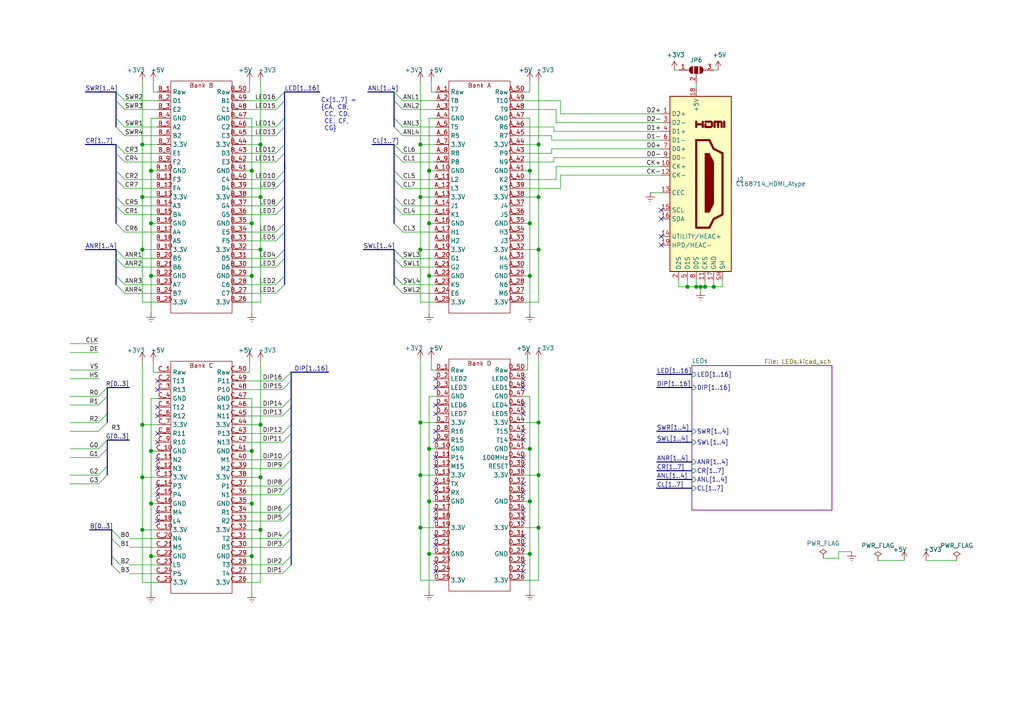
<source format=kicad_sch>
(kicad_sch (version 20200714) (host eeschema "(5.99.0-2671-gfc0a358ba)")
  (page 1 4)
  (paper "A4")
  (junction (at 41.275 41.91) (diameter 1.016))
  (junction (at 41.275 57.15) (diameter 1.016))
  (junction (at 41.275 72.39) (diameter 1.016))
  (junction (at 41.275 123.19) (diameter 1.016))
  (junction (at 41.275 138.43) (diameter 1.016))
  (junction (at 41.275 153.67) (diameter 1.016))
  (junction (at 43.815 49.53) (diameter 1.016))
  (junction (at 43.815 64.77) (diameter 1.016))
  (junction (at 43.815 80.01) (diameter 1.016))
  (junction (at 43.815 130.81) (diameter 1.016))
  (junction (at 43.815 146.05) (diameter 1.016))
  (junction (at 43.815 161.29) (diameter 1.016))
  (junction (at 73.025 49.53) (diameter 1.016))
  (junction (at 73.025 64.77) (diameter 1.016))
  (junction (at 73.025 80.01) (diameter 1.016))
  (junction (at 73.025 130.81) (diameter 1.016))
  (junction (at 73.025 146.05) (diameter 1.016))
  (junction (at 73.025 161.29) (diameter 1.016))
  (junction (at 75.565 41.91) (diameter 1.016))
  (junction (at 75.565 57.15) (diameter 1.016))
  (junction (at 75.565 72.39) (diameter 1.016))
  (junction (at 75.565 123.19) (diameter 1.016))
  (junction (at 75.565 138.43) (diameter 1.016))
  (junction (at 75.565 153.67) (diameter 1.016))
  (junction (at 121.92 41.91) (diameter 1.016))
  (junction (at 121.92 57.15) (diameter 1.016))
  (junction (at 121.92 72.39) (diameter 1.016))
  (junction (at 121.92 122.555) (diameter 1.016))
  (junction (at 121.92 137.795) (diameter 1.016))
  (junction (at 121.92 153.035) (diameter 1.016))
  (junction (at 124.46 49.53) (diameter 1.016))
  (junction (at 124.46 64.77) (diameter 1.016))
  (junction (at 124.46 80.01) (diameter 1.016))
  (junction (at 124.46 130.175) (diameter 1.016))
  (junction (at 124.46 145.415) (diameter 1.016))
  (junction (at 124.46 160.655) (diameter 1.016))
  (junction (at 153.67 49.53) (diameter 1.016))
  (junction (at 153.67 64.77) (diameter 1.016))
  (junction (at 153.67 80.01) (diameter 1.016))
  (junction (at 153.67 130.175) (diameter 1.016))
  (junction (at 153.67 145.415) (diameter 1.016))
  (junction (at 153.67 160.655) (diameter 1.016))
  (junction (at 156.21 41.91) (diameter 1.016))
  (junction (at 156.21 57.15) (diameter 1.016))
  (junction (at 156.21 72.39) (diameter 1.016))
  (junction (at 156.21 122.555) (diameter 1.016))
  (junction (at 156.21 137.795) (diameter 1.016))
  (junction (at 156.21 153.035) (diameter 1.016))
  (junction (at 199.39 83.185) (diameter 1.016))
  (junction (at 201.93 83.185) (diameter 1.016))
  (junction (at 203.2 83.185) (diameter 1.016))
  (junction (at 204.47 83.185) (diameter 1.016))
  (junction (at 207.01 83.185) (diameter 1.016))
  (no_connect (at 126.365 163.195))
  (no_connect (at 151.765 109.855))
  (no_connect (at 151.765 150.495))
  (no_connect (at 126.365 125.095))
  (no_connect (at 151.765 147.955))
  (no_connect (at 151.765 125.095))
  (no_connect (at 191.77 68.58))
  (no_connect (at 151.765 165.735))
  (no_connect (at 191.77 63.5))
  (no_connect (at 45.72 135.89))
  (no_connect (at 45.72 125.73))
  (no_connect (at 45.72 120.65))
  (no_connect (at 45.72 113.03))
  (no_connect (at 45.72 128.27))
  (no_connect (at 126.365 142.875))
  (no_connect (at 45.72 148.59))
  (no_connect (at 45.72 143.51))
  (no_connect (at 126.365 132.715))
  (no_connect (at 151.765 163.195))
  (no_connect (at 151.765 112.395))
  (no_connect (at 45.72 133.35))
  (no_connect (at 151.765 155.575))
  (no_connect (at 45.72 118.11))
  (no_connect (at 126.365 147.955))
  (no_connect (at 126.365 127.635))
  (no_connect (at 151.765 135.255))
  (no_connect (at 151.765 140.335))
  (no_connect (at 126.365 165.735))
  (no_connect (at 151.765 117.475))
  (no_connect (at 151.765 127.635))
  (no_connect (at 126.365 112.395))
  (no_connect (at 126.365 120.015))
  (no_connect (at 126.365 109.855))
  (no_connect (at 45.72 140.97))
  (no_connect (at 45.72 110.49))
  (no_connect (at 126.365 140.335))
  (no_connect (at 151.765 132.715))
  (no_connect (at 126.365 117.475))
  (no_connect (at 191.77 60.96))
  (no_connect (at 151.765 142.875))
  (no_connect (at 126.365 158.115))
  (no_connect (at 126.365 135.255))
  (no_connect (at 151.765 120.015))
  (no_connect (at 126.365 150.495))
  (no_connect (at 126.365 155.575))
  (no_connect (at 151.765 158.115))
  (no_connect (at 191.77 71.12))
  (no_connect (at 45.72 151.13))
  (bus_entry (at 31.115 112.395) (size -2.54 2.54) (stroke (width 0.1524)))
  (bus_entry (at 31.115 114.935) (size -2.54 2.54) (stroke (width 0.1524)))
  (bus_entry (at 31.115 120.015) (size -2.54 2.54) (stroke (width 0.1524)))
  (bus_entry (at 31.115 122.555) (size -2.54 2.54) (stroke (width 0.1524)))
  (bus_entry (at 31.115 127.635) (size -2.54 2.54) (stroke (width 0.1524)))
  (bus_entry (at 31.115 130.175) (size -2.54 2.54) (stroke (width 0.1524)))
  (bus_entry (at 31.115 135.255) (size -2.54 2.54) (stroke (width 0.1524)))
  (bus_entry (at 31.115 137.795) (size -2.54 2.54) (stroke (width 0.1524)))
  (bus_entry (at 32.385 153.67) (size 2.54 2.54) (stroke (width 0.1524)))
  (bus_entry (at 32.385 156.21) (size 2.54 2.54) (stroke (width 0.1524)))
  (bus_entry (at 32.385 161.29) (size 2.54 2.54) (stroke (width 0.1524)))
  (bus_entry (at 32.385 163.83) (size 2.54 2.54) (stroke (width 0.1524)))
  (bus_entry (at 33.655 26.67) (size 2.54 2.54) (stroke (width 0.1524)))
  (bus_entry (at 33.655 29.21) (size 2.54 2.54) (stroke (width 0.1524)))
  (bus_entry (at 33.655 34.29) (size 2.54 2.54) (stroke (width 0.1524)))
  (bus_entry (at 33.655 36.83) (size 2.54 2.54) (stroke (width 0.1524)))
  (bus_entry (at 33.655 41.91) (size 2.54 2.54) (stroke (width 0.1524)))
  (bus_entry (at 33.655 44.45) (size 2.54 2.54) (stroke (width 0.1524)))
  (bus_entry (at 33.655 49.53) (size 2.54 2.54) (stroke (width 0.1524)))
  (bus_entry (at 33.655 52.07) (size 2.54 2.54) (stroke (width 0.1524)))
  (bus_entry (at 33.655 57.15) (size 2.54 2.54) (stroke (width 0.1524)))
  (bus_entry (at 33.655 59.69) (size 2.54 2.54) (stroke (width 0.1524)))
  (bus_entry (at 33.655 64.77) (size 2.54 2.54) (stroke (width 0.1524)))
  (bus_entry (at 33.655 72.39) (size 2.54 2.54) (stroke (width 0.1524)))
  (bus_entry (at 33.655 74.93) (size 2.54 2.54) (stroke (width 0.1524)))
  (bus_entry (at 33.655 80.01) (size 2.54 2.54) (stroke (width 0.1524)))
  (bus_entry (at 33.655 82.55) (size 2.54 2.54) (stroke (width 0.1524)))
  (bus_entry (at 81.915 110.49) (size 2.54 -2.54) (stroke (width 0.1524)))
  (bus_entry (at 81.915 113.03) (size 2.54 -2.54) (stroke (width 0.1524)))
  (bus_entry (at 81.915 118.11) (size 2.54 -2.54) (stroke (width 0.1524)))
  (bus_entry (at 81.915 120.65) (size 2.54 -2.54) (stroke (width 0.1524)))
  (bus_entry (at 81.915 125.73) (size 2.54 -2.54) (stroke (width 0.1524)))
  (bus_entry (at 81.915 128.27) (size 2.54 -2.54) (stroke (width 0.1524)))
  (bus_entry (at 81.915 133.35) (size 2.54 -2.54) (stroke (width 0.1524)))
  (bus_entry (at 81.915 135.89) (size 2.54 -2.54) (stroke (width 0.1524)))
  (bus_entry (at 81.915 140.97) (size 2.54 -2.54) (stroke (width 0.1524)))
  (bus_entry (at 81.915 143.51) (size 2.54 -2.54) (stroke (width 0.1524)))
  (bus_entry (at 81.915 148.59) (size 2.54 -2.54) (stroke (width 0.1524)))
  (bus_entry (at 81.915 151.13) (size 2.54 -2.54) (stroke (width 0.1524)))
  (bus_entry (at 81.915 156.21) (size 2.54 -2.54) (stroke (width 0.1524)))
  (bus_entry (at 81.915 158.75) (size 2.54 -2.54) (stroke (width 0.1524)))
  (bus_entry (at 81.915 163.83) (size 2.54 -2.54) (stroke (width 0.1524)))
  (bus_entry (at 81.915 166.37) (size 2.54 -2.54) (stroke (width 0.1524)))
  (bus_entry (at 82.55 26.67) (size -2.54 2.54) (stroke (width 0.1524)))
  (bus_entry (at 82.55 29.21) (size -2.54 2.54) (stroke (width 0.1524)))
  (bus_entry (at 82.55 34.29) (size -2.54 2.54) (stroke (width 0.1524)))
  (bus_entry (at 82.55 36.83) (size -2.54 2.54) (stroke (width 0.1524)))
  (bus_entry (at 82.55 41.91) (size -2.54 2.54) (stroke (width 0.1524)))
  (bus_entry (at 82.55 44.45) (size -2.54 2.54) (stroke (width 0.1524)))
  (bus_entry (at 82.55 49.53) (size -2.54 2.54) (stroke (width 0.1524)))
  (bus_entry (at 82.55 52.07) (size -2.54 2.54) (stroke (width 0.1524)))
  (bus_entry (at 82.55 57.15) (size -2.54 2.54) (stroke (width 0.1524)))
  (bus_entry (at 82.55 59.69) (size -2.54 2.54) (stroke (width 0.1524)))
  (bus_entry (at 82.55 64.77) (size -2.54 2.54) (stroke (width 0.1524)))
  (bus_entry (at 82.55 67.31) (size -2.54 2.54) (stroke (width 0.1524)))
  (bus_entry (at 82.55 72.39) (size -2.54 2.54) (stroke (width 0.1524)))
  (bus_entry (at 82.55 74.93) (size -2.54 2.54) (stroke (width 0.1524)))
  (bus_entry (at 82.55 80.01) (size -2.54 2.54) (stroke (width 0.1524)))
  (bus_entry (at 82.55 82.55) (size -2.54 2.54) (stroke (width 0.1524)))
  (bus_entry (at 114.3 26.67) (size 2.54 2.54) (stroke (width 0.1524)))
  (bus_entry (at 114.3 29.21) (size 2.54 2.54) (stroke (width 0.1524)))
  (bus_entry (at 114.3 34.29) (size 2.54 2.54) (stroke (width 0.1524)))
  (bus_entry (at 114.3 36.83) (size 2.54 2.54) (stroke (width 0.1524)))
  (bus_entry (at 114.3 41.91) (size 2.54 2.54) (stroke (width 0.1524)))
  (bus_entry (at 114.3 44.45) (size 2.54 2.54) (stroke (width 0.1524)))
  (bus_entry (at 114.3 49.53) (size 2.54 2.54) (stroke (width 0.1524)))
  (bus_entry (at 114.3 52.07) (size 2.54 2.54) (stroke (width 0.1524)))
  (bus_entry (at 114.3 57.15) (size 2.54 2.54) (stroke (width 0.1524)))
  (bus_entry (at 114.3 59.69) (size 2.54 2.54) (stroke (width 0.1524)))
  (bus_entry (at 114.3 64.77) (size 2.54 2.54) (stroke (width 0.1524)))
  (bus_entry (at 114.3 72.39) (size 2.54 2.54) (stroke (width 0.1524)))
  (bus_entry (at 114.3 74.93) (size 2.54 2.54) (stroke (width 0.1524)))
  (bus_entry (at 114.3 80.01) (size 2.54 2.54) (stroke (width 0.1524)))
  (bus_entry (at 114.3 82.55) (size 2.54 2.54) (stroke (width 0.1524)))
  (wire (pts (xy 20.32 99.695) (xy 28.575 99.695)))
  (wire (pts (xy 20.32 107.315) (xy 28.575 107.315)))
  (wire (pts (xy 20.32 114.935) (xy 28.575 114.935)))
  (wire (pts (xy 20.32 117.475) (xy 28.575 117.475)))
  (wire (pts (xy 20.32 122.555) (xy 28.575 122.555)))
  (wire (pts (xy 20.32 125.095) (xy 28.575 125.095)))
  (wire (pts (xy 20.32 130.175) (xy 28.575 130.175)))
  (wire (pts (xy 20.32 132.715) (xy 28.575 132.715)))
  (wire (pts (xy 20.32 137.795) (xy 28.575 137.795)))
  (wire (pts (xy 20.32 140.335) (xy 28.575 140.335)))
  (wire (pts (xy 28.575 102.235) (xy 20.32 102.235)))
  (wire (pts (xy 28.575 109.855) (xy 20.32 109.855)))
  (wire (pts (xy 36.195 29.21) (xy 45.72 29.21)))
  (wire (pts (xy 36.195 31.75) (xy 45.72 31.75)))
  (wire (pts (xy 36.195 36.83) (xy 45.72 36.83)))
  (wire (pts (xy 36.195 39.37) (xy 45.72 39.37)))
  (wire (pts (xy 36.195 44.45) (xy 45.72 44.45)))
  (wire (pts (xy 36.195 46.99) (xy 45.72 46.99)))
  (wire (pts (xy 36.195 52.07) (xy 45.72 52.07)))
  (wire (pts (xy 36.195 54.61) (xy 45.72 54.61)))
  (wire (pts (xy 36.195 59.69) (xy 45.72 59.69)))
  (wire (pts (xy 36.195 62.23) (xy 45.72 62.23)))
  (wire (pts (xy 36.195 67.31) (xy 45.72 67.31)))
  (wire (pts (xy 36.195 74.93) (xy 45.72 74.93)))
  (wire (pts (xy 36.195 77.47) (xy 45.72 77.47)))
  (wire (pts (xy 36.195 82.55) (xy 45.72 82.55)))
  (wire (pts (xy 36.195 85.09) (xy 45.72 85.09)))
  (wire (pts (xy 41.275 41.91) (xy 41.275 23.495)))
  (wire (pts (xy 41.275 57.15) (xy 41.275 41.91)))
  (wire (pts (xy 41.275 72.39) (xy 41.275 57.15)))
  (wire (pts (xy 41.275 87.63) (xy 41.275 72.39)))
  (wire (pts (xy 41.275 123.19) (xy 41.275 104.775)))
  (wire (pts (xy 41.275 138.43) (xy 41.275 123.19)))
  (wire (pts (xy 41.275 153.67) (xy 41.275 138.43)))
  (wire (pts (xy 41.275 153.67) (xy 41.275 168.91)))
  (wire (pts (xy 41.275 168.91) (xy 45.72 168.91)))
  (wire (pts (xy 43.815 34.29) (xy 43.815 49.53)))
  (wire (pts (xy 43.815 49.53) (xy 43.815 64.77)))
  (wire (pts (xy 43.815 64.77) (xy 43.815 80.01)))
  (wire (pts (xy 43.815 80.01) (xy 43.815 90.805)))
  (wire (pts (xy 43.815 115.57) (xy 43.815 130.81)))
  (wire (pts (xy 43.815 130.81) (xy 43.815 146.05)))
  (wire (pts (xy 43.815 146.05) (xy 43.815 161.29)))
  (wire (pts (xy 43.815 161.29) (xy 43.815 172.085)))
  (wire (pts (xy 44.45 26.67) (xy 44.45 23.495)))
  (wire (pts (xy 44.45 107.95) (xy 44.45 104.775)))
  (wire (pts (xy 45.72 26.67) (xy 44.45 26.67)))
  (wire (pts (xy 45.72 34.29) (xy 43.815 34.29)))
  (wire (pts (xy 45.72 41.91) (xy 41.275 41.91)))
  (wire (pts (xy 45.72 49.53) (xy 43.815 49.53)))
  (wire (pts (xy 45.72 57.15) (xy 41.275 57.15)))
  (wire (pts (xy 45.72 64.77) (xy 43.815 64.77)))
  (wire (pts (xy 45.72 72.39) (xy 41.275 72.39)))
  (wire (pts (xy 45.72 80.01) (xy 43.815 80.01)))
  (wire (pts (xy 45.72 87.63) (xy 41.275 87.63)))
  (wire (pts (xy 45.72 107.95) (xy 44.45 107.95)))
  (wire (pts (xy 45.72 115.57) (xy 43.815 115.57)))
  (wire (pts (xy 45.72 123.19) (xy 41.275 123.19)))
  (wire (pts (xy 45.72 130.81) (xy 43.815 130.81)))
  (wire (pts (xy 45.72 138.43) (xy 41.275 138.43)))
  (wire (pts (xy 45.72 146.05) (xy 43.815 146.05)))
  (wire (pts (xy 45.72 153.67) (xy 41.275 153.67)))
  (wire (pts (xy 45.72 156.21) (xy 37.465 156.21)))
  (wire (pts (xy 45.72 158.75) (xy 37.465 158.75)))
  (wire (pts (xy 45.72 161.29) (xy 43.815 161.29)))
  (wire (pts (xy 45.72 163.83) (xy 37.465 163.83)))
  (wire (pts (xy 45.72 166.37) (xy 37.465 166.37)))
  (wire (pts (xy 71.12 26.67) (xy 72.39 26.67)))
  (wire (pts (xy 71.12 34.29) (xy 73.025 34.29)))
  (wire (pts (xy 71.12 41.91) (xy 75.565 41.91)))
  (wire (pts (xy 71.12 49.53) (xy 73.025 49.53)))
  (wire (pts (xy 71.12 57.15) (xy 75.565 57.15)))
  (wire (pts (xy 71.12 64.77) (xy 73.025 64.77)))
  (wire (pts (xy 71.12 72.39) (xy 75.565 72.39)))
  (wire (pts (xy 71.12 80.01) (xy 73.025 80.01)))
  (wire (pts (xy 71.12 87.63) (xy 75.565 87.63)))
  (wire (pts (xy 71.12 107.95) (xy 72.39 107.95)))
  (wire (pts (xy 71.12 110.49) (xy 81.915 110.49)))
  (wire (pts (xy 71.12 113.03) (xy 81.915 113.03)))
  (wire (pts (xy 71.12 115.57) (xy 73.025 115.57)))
  (wire (pts (xy 71.12 118.11) (xy 81.915 118.11)))
  (wire (pts (xy 71.12 120.65) (xy 81.915 120.65)))
  (wire (pts (xy 71.12 123.19) (xy 75.565 123.19)))
  (wire (pts (xy 71.12 125.73) (xy 81.915 125.73)))
  (wire (pts (xy 71.12 128.27) (xy 81.915 128.27)))
  (wire (pts (xy 71.12 130.81) (xy 73.025 130.81)))
  (wire (pts (xy 71.12 133.35) (xy 81.915 133.35)))
  (wire (pts (xy 71.12 135.89) (xy 81.915 135.89)))
  (wire (pts (xy 71.12 138.43) (xy 75.565 138.43)))
  (wire (pts (xy 71.12 140.97) (xy 81.915 140.97)))
  (wire (pts (xy 71.12 143.51) (xy 81.915 143.51)))
  (wire (pts (xy 71.12 146.05) (xy 73.025 146.05)))
  (wire (pts (xy 71.12 148.59) (xy 81.915 148.59)))
  (wire (pts (xy 71.12 151.13) (xy 81.915 151.13)))
  (wire (pts (xy 71.12 153.67) (xy 75.565 153.67)))
  (wire (pts (xy 71.12 156.21) (xy 81.915 156.21)))
  (wire (pts (xy 71.12 158.75) (xy 81.915 158.75)))
  (wire (pts (xy 71.12 161.29) (xy 73.025 161.29)))
  (wire (pts (xy 71.12 163.83) (xy 81.915 163.83)))
  (wire (pts (xy 71.12 166.37) (xy 81.915 166.37)))
  (wire (pts (xy 71.12 168.91) (xy 75.565 168.91)))
  (wire (pts (xy 72.39 26.67) (xy 72.39 23.495)))
  (wire (pts (xy 72.39 107.95) (xy 72.39 104.775)))
  (wire (pts (xy 73.025 34.29) (xy 73.025 49.53)))
  (wire (pts (xy 73.025 49.53) (xy 73.025 64.77)))
  (wire (pts (xy 73.025 64.77) (xy 73.025 80.01)))
  (wire (pts (xy 73.025 80.01) (xy 73.025 90.805)))
  (wire (pts (xy 73.025 115.57) (xy 73.025 130.81)))
  (wire (pts (xy 73.025 130.81) (xy 73.025 146.05)))
  (wire (pts (xy 73.025 146.05) (xy 73.025 161.29)))
  (wire (pts (xy 73.025 161.29) (xy 73.025 172.085)))
  (wire (pts (xy 75.565 41.91) (xy 75.565 23.495)))
  (wire (pts (xy 75.565 57.15) (xy 75.565 41.91)))
  (wire (pts (xy 75.565 72.39) (xy 75.565 57.15)))
  (wire (pts (xy 75.565 87.63) (xy 75.565 72.39)))
  (wire (pts (xy 75.565 123.19) (xy 75.565 104.775)))
  (wire (pts (xy 75.565 138.43) (xy 75.565 123.19)))
  (wire (pts (xy 75.565 153.67) (xy 75.565 138.43)))
  (wire (pts (xy 75.565 168.91) (xy 75.565 153.67)))
  (wire (pts (xy 80.01 29.21) (xy 71.12 29.21)))
  (wire (pts (xy 80.01 31.75) (xy 71.12 31.75)))
  (wire (pts (xy 80.01 36.83) (xy 71.12 36.83)))
  (wire (pts (xy 80.01 39.37) (xy 71.12 39.37)))
  (wire (pts (xy 80.01 44.45) (xy 71.12 44.45)))
  (wire (pts (xy 80.01 46.99) (xy 71.12 46.99)))
  (wire (pts (xy 80.01 52.07) (xy 71.12 52.07)))
  (wire (pts (xy 80.01 54.61) (xy 71.12 54.61)))
  (wire (pts (xy 80.01 59.69) (xy 71.12 59.69)))
  (wire (pts (xy 80.01 62.23) (xy 71.12 62.23)))
  (wire (pts (xy 80.01 67.31) (xy 71.12 67.31)))
  (wire (pts (xy 80.01 69.85) (xy 71.12 69.85)))
  (wire (pts (xy 80.01 74.93) (xy 71.12 74.93)))
  (wire (pts (xy 80.01 77.47) (xy 71.12 77.47)))
  (wire (pts (xy 80.01 82.55) (xy 71.12 82.55)))
  (wire (pts (xy 80.01 85.09) (xy 71.12 85.09)))
  (wire (pts (xy 116.84 29.21) (xy 126.365 29.21)))
  (wire (pts (xy 116.84 31.75) (xy 126.365 31.75)))
  (wire (pts (xy 116.84 36.83) (xy 126.365 36.83)))
  (wire (pts (xy 116.84 39.37) (xy 126.365 39.37)))
  (wire (pts (xy 116.84 44.45) (xy 126.365 44.45)))
  (wire (pts (xy 116.84 46.99) (xy 126.365 46.99)))
  (wire (pts (xy 116.84 52.07) (xy 126.365 52.07)))
  (wire (pts (xy 116.84 54.61) (xy 126.365 54.61)))
  (wire (pts (xy 116.84 59.69) (xy 126.365 59.69)))
  (wire (pts (xy 116.84 62.23) (xy 126.365 62.23)))
  (wire (pts (xy 116.84 67.31) (xy 126.365 67.31)))
  (wire (pts (xy 116.84 74.93) (xy 126.365 74.93)))
  (wire (pts (xy 116.84 77.47) (xy 126.365 77.47)))
  (wire (pts (xy 116.84 82.55) (xy 126.365 82.55)))
  (wire (pts (xy 116.84 85.09) (xy 126.365 85.09)))
  (wire (pts (xy 121.92 41.91) (xy 121.92 23.495)))
  (wire (pts (xy 121.92 57.15) (xy 121.92 41.91)))
  (wire (pts (xy 121.92 72.39) (xy 121.92 57.15)))
  (wire (pts (xy 121.92 87.63) (xy 121.92 72.39)))
  (wire (pts (xy 121.92 122.555) (xy 121.92 104.14)))
  (wire (pts (xy 121.92 137.795) (xy 121.92 122.555)))
  (wire (pts (xy 121.92 153.035) (xy 121.92 137.795)))
  (wire (pts (xy 121.92 168.275) (xy 121.92 153.035)))
  (wire (pts (xy 124.46 34.29) (xy 124.46 49.53)))
  (wire (pts (xy 124.46 49.53) (xy 124.46 64.77)))
  (wire (pts (xy 124.46 64.77) (xy 124.46 80.01)))
  (wire (pts (xy 124.46 80.01) (xy 124.46 90.805)))
  (wire (pts (xy 124.46 114.935) (xy 124.46 130.175)))
  (wire (pts (xy 124.46 130.175) (xy 124.46 145.415)))
  (wire (pts (xy 124.46 145.415) (xy 124.46 160.655)))
  (wire (pts (xy 124.46 160.655) (xy 124.46 171.45)))
  (wire (pts (xy 125.095 23.495) (xy 125.095 26.67)))
  (wire (pts (xy 125.095 26.67) (xy 126.365 26.67)))
  (wire (pts (xy 125.095 107.315) (xy 125.095 104.14)))
  (wire (pts (xy 126.365 34.29) (xy 124.46 34.29)))
  (wire (pts (xy 126.365 41.91) (xy 121.92 41.91)))
  (wire (pts (xy 126.365 49.53) (xy 124.46 49.53)))
  (wire (pts (xy 126.365 57.15) (xy 121.92 57.15)))
  (wire (pts (xy 126.365 64.77) (xy 124.46 64.77)))
  (wire (pts (xy 126.365 72.39) (xy 121.92 72.39)))
  (wire (pts (xy 126.365 80.01) (xy 124.46 80.01)))
  (wire (pts (xy 126.365 87.63) (xy 121.92 87.63)))
  (wire (pts (xy 126.365 107.315) (xy 125.095 107.315)))
  (wire (pts (xy 126.365 114.935) (xy 124.46 114.935)))
  (wire (pts (xy 126.365 122.555) (xy 121.92 122.555)))
  (wire (pts (xy 126.365 130.175) (xy 124.46 130.175)))
  (wire (pts (xy 126.365 137.795) (xy 121.92 137.795)))
  (wire (pts (xy 126.365 145.415) (xy 124.46 145.415)))
  (wire (pts (xy 126.365 153.035) (xy 121.92 153.035)))
  (wire (pts (xy 126.365 160.655) (xy 124.46 160.655)))
  (wire (pts (xy 126.365 168.275) (xy 121.92 168.275)))
  (wire (pts (xy 151.765 29.21) (xy 162.56 29.21)))
  (wire (pts (xy 151.765 31.75) (xy 161.29 31.75)))
  (wire (pts (xy 151.765 34.29) (xy 153.67 34.29)))
  (wire (pts (xy 151.765 36.83) (xy 160.655 36.83)))
  (wire (pts (xy 151.765 41.91) (xy 156.21 41.91)))
  (wire (pts (xy 151.765 44.45) (xy 160.02 44.45)))
  (wire (pts (xy 151.765 49.53) (xy 153.67 49.53)))
  (wire (pts (xy 151.765 52.07) (xy 161.29 52.07)))
  (wire (pts (xy 151.765 54.61) (xy 162.56 54.61)))
  (wire (pts (xy 151.765 57.15) (xy 156.21 57.15)))
  (wire (pts (xy 151.765 64.77) (xy 153.67 64.77)))
  (wire (pts (xy 151.765 72.39) (xy 156.21 72.39)))
  (wire (pts (xy 151.765 80.01) (xy 153.67 80.01)))
  (wire (pts (xy 151.765 87.63) (xy 156.21 87.63)))
  (wire (pts (xy 151.765 107.315) (xy 153.035 107.315)))
  (wire (pts (xy 151.765 114.935) (xy 153.67 114.935)))
  (wire (pts (xy 151.765 122.555) (xy 156.21 122.555)))
  (wire (pts (xy 151.765 130.175) (xy 153.67 130.175)))
  (wire (pts (xy 151.765 137.795) (xy 156.21 137.795)))
  (wire (pts (xy 151.765 145.415) (xy 153.67 145.415)))
  (wire (pts (xy 151.765 153.035) (xy 156.21 153.035)))
  (wire (pts (xy 151.765 160.655) (xy 153.67 160.655)))
  (wire (pts (xy 151.765 168.275) (xy 156.21 168.275)))
  (wire (pts (xy 153.035 107.315) (xy 153.035 104.14)))
  (wire (pts (xy 153.67 23.495) (xy 153.67 26.67)))
  (wire (pts (xy 153.67 26.67) (xy 151.765 26.67)))
  (wire (pts (xy 153.67 34.29) (xy 153.67 49.53)))
  (wire (pts (xy 153.67 49.53) (xy 153.67 64.77)))
  (wire (pts (xy 153.67 64.77) (xy 153.67 80.01)))
  (wire (pts (xy 153.67 80.01) (xy 153.67 90.805)))
  (wire (pts (xy 153.67 114.935) (xy 153.67 130.175)))
  (wire (pts (xy 153.67 130.175) (xy 153.67 145.415)))
  (wire (pts (xy 153.67 145.415) (xy 153.67 160.655)))
  (wire (pts (xy 153.67 160.655) (xy 153.67 171.45)))
  (wire (pts (xy 156.21 41.91) (xy 156.21 23.495)))
  (wire (pts (xy 156.21 57.15) (xy 156.21 41.91)))
  (wire (pts (xy 156.21 72.39) (xy 156.21 57.15)))
  (wire (pts (xy 156.21 87.63) (xy 156.21 72.39)))
  (wire (pts (xy 156.21 122.555) (xy 156.21 104.14)))
  (wire (pts (xy 156.21 137.795) (xy 156.21 122.555)))
  (wire (pts (xy 156.21 153.035) (xy 156.21 137.795)))
  (wire (pts (xy 156.21 168.275) (xy 156.21 153.035)))
  (wire (pts (xy 160.02 39.37) (xy 151.765 39.37)))
  (wire (pts (xy 160.02 40.64) (xy 160.02 39.37)))
  (wire (pts (xy 160.02 43.18) (xy 191.77 43.18)))
  (wire (pts (xy 160.02 44.45) (xy 160.02 43.18)))
  (wire (pts (xy 160.655 36.83) (xy 160.655 38.1)))
  (wire (pts (xy 160.655 38.1) (xy 191.77 38.1)))
  (wire (pts (xy 160.655 45.72) (xy 160.655 46.99)))
  (wire (pts (xy 160.655 46.99) (xy 151.765 46.99)))
  (wire (pts (xy 161.29 31.75) (xy 161.29 35.56)))
  (wire (pts (xy 161.29 35.56) (xy 191.77 35.56)))
  (wire (pts (xy 161.29 48.26) (xy 191.77 48.26)))
  (wire (pts (xy 161.29 52.07) (xy 161.29 48.26)))
  (wire (pts (xy 162.56 29.21) (xy 162.56 33.02)))
  (wire (pts (xy 162.56 33.02) (xy 191.77 33.02)))
  (wire (pts (xy 162.56 50.8) (xy 191.77 50.8)))
  (wire (pts (xy 162.56 54.61) (xy 162.56 50.8)))
  (wire (pts (xy 188.595 55.88) (xy 191.77 55.88)))
  (wire (pts (xy 191.77 40.64) (xy 160.02 40.64)))
  (wire (pts (xy 191.77 45.72) (xy 160.655 45.72)))
  (wire (pts (xy 195.58 20.32) (xy 196.85 20.32)))
  (wire (pts (xy 196.85 81.28) (xy 196.85 83.185)))
  (wire (pts (xy 196.85 83.185) (xy 199.39 83.185)))
  (wire (pts (xy 199.39 81.28) (xy 199.39 83.185)))
  (wire (pts (xy 199.39 83.185) (xy 201.93 83.185)))
  (wire (pts (xy 201.93 24.13) (xy 201.93 25.4)))
  (wire (pts (xy 201.93 81.28) (xy 201.93 83.185)))
  (wire (pts (xy 201.93 83.185) (xy 203.2 83.185)))
  (wire (pts (xy 203.2 83.185) (xy 204.47 83.185)))
  (wire (pts (xy 203.2 84.455) (xy 203.2 83.185)))
  (wire (pts (xy 204.47 81.28) (xy 204.47 83.185)))
  (wire (pts (xy 204.47 83.185) (xy 207.01 83.185)))
  (wire (pts (xy 207.01 81.28) (xy 207.01 83.185)))
  (wire (pts (xy 207.01 83.185) (xy 209.55 83.185)))
  (wire (pts (xy 208.28 20.32) (xy 207.01 20.32)))
  (wire (pts (xy 209.55 83.185) (xy 209.55 81.28)))
  (wire (pts (xy 243.205 160.02) (xy 243.205 161.925)))
  (wire (pts (xy 243.205 161.925) (xy 238.76 161.925)))
  (wire (pts (xy 247.015 160.02) (xy 243.205 160.02)))
  (wire (pts (xy 254.635 162.56) (xy 262.255 162.56)))
  (wire (pts (xy 268.605 162.56) (xy 277.495 162.56)))
  (bus (pts (xy 24.765 26.67) (xy 33.655 26.67)))
  (bus (pts (xy 24.765 41.91) (xy 33.655 41.91)))
  (bus (pts (xy 24.765 72.39) (xy 33.655 72.39)))
  (bus (pts (xy 31.115 112.395) (xy 31.115 114.935)))
  (bus (pts (xy 31.115 112.395) (xy 37.465 112.395)))
  (bus (pts (xy 31.115 114.935) (xy 31.115 120.015)))
  (bus (pts (xy 31.115 120.015) (xy 31.115 122.555)))
  (bus (pts (xy 31.115 127.635) (xy 31.115 130.175)))
  (bus (pts (xy 31.115 127.635) (xy 37.465 127.635)))
  (bus (pts (xy 31.115 130.175) (xy 31.115 135.255)))
  (bus (pts (xy 31.115 135.255) (xy 31.115 137.795)))
  (bus (pts (xy 32.385 153.67) (xy 26.035 153.67)))
  (bus (pts (xy 32.385 153.67) (xy 32.385 156.21)))
  (bus (pts (xy 32.385 156.21) (xy 32.385 161.29)))
  (bus (pts (xy 32.385 161.29) (xy 32.385 163.83)))
  (bus (pts (xy 33.655 26.67) (xy 33.655 29.21)))
  (bus (pts (xy 33.655 29.21) (xy 33.655 34.29)))
  (bus (pts (xy 33.655 34.29) (xy 33.655 36.83)))
  (bus (pts (xy 33.655 41.91) (xy 33.655 44.45)))
  (bus (pts (xy 33.655 44.45) (xy 33.655 49.53)))
  (bus (pts (xy 33.655 49.53) (xy 33.655 52.07)))
  (bus (pts (xy 33.655 52.07) (xy 33.655 57.15)))
  (bus (pts (xy 33.655 57.15) (xy 33.655 59.69)))
  (bus (pts (xy 33.655 59.69) (xy 33.655 64.77)))
  (bus (pts (xy 33.655 72.39) (xy 33.655 74.93)))
  (bus (pts (xy 33.655 74.93) (xy 33.655 80.01)))
  (bus (pts (xy 33.655 80.01) (xy 33.655 82.55)))
  (bus (pts (xy 82.55 26.67) (xy 82.55 29.21)))
  (bus (pts (xy 82.55 29.21) (xy 82.55 34.29)))
  (bus (pts (xy 82.55 34.29) (xy 82.55 36.83)))
  (bus (pts (xy 82.55 36.83) (xy 82.55 41.91)))
  (bus (pts (xy 82.55 41.91) (xy 82.55 44.45)))
  (bus (pts (xy 82.55 44.45) (xy 82.55 49.53)))
  (bus (pts (xy 82.55 46.99) (xy 82.55 49.53)))
  (bus (pts (xy 82.55 49.53) (xy 82.55 52.07)))
  (bus (pts (xy 82.55 52.07) (xy 82.55 57.15)))
  (bus (pts (xy 82.55 57.15) (xy 82.55 59.69)))
  (bus (pts (xy 82.55 59.69) (xy 82.55 64.77)))
  (bus (pts (xy 82.55 64.77) (xy 82.55 67.31)))
  (bus (pts (xy 82.55 67.31) (xy 82.55 72.39)))
  (bus (pts (xy 82.55 72.39) (xy 82.55 74.93)))
  (bus (pts (xy 82.55 74.93) (xy 82.55 80.01)))
  (bus (pts (xy 82.55 80.01) (xy 82.55 82.55)))
  (bus (pts (xy 84.455 107.95) (xy 84.455 110.49)))
  (bus (pts (xy 84.455 107.95) (xy 95.25 107.95)))
  (bus (pts (xy 84.455 110.49) (xy 84.455 115.57)))
  (bus (pts (xy 84.455 115.57) (xy 84.455 118.11)))
  (bus (pts (xy 84.455 118.11) (xy 84.455 123.19)))
  (bus (pts (xy 84.455 123.19) (xy 84.455 125.73)))
  (bus (pts (xy 84.455 125.73) (xy 84.455 130.81)))
  (bus (pts (xy 84.455 130.81) (xy 84.455 133.35)))
  (bus (pts (xy 84.455 133.35) (xy 84.455 138.43)))
  (bus (pts (xy 84.455 138.43) (xy 84.455 140.97)))
  (bus (pts (xy 84.455 140.97) (xy 84.455 146.05)))
  (bus (pts (xy 84.455 146.05) (xy 84.455 148.59)))
  (bus (pts (xy 84.455 148.59) (xy 84.455 153.67)))
  (bus (pts (xy 84.455 153.67) (xy 84.455 156.21)))
  (bus (pts (xy 84.455 156.21) (xy 84.455 161.29)))
  (bus (pts (xy 84.455 161.29) (xy 84.455 163.83)))
  (bus (pts (xy 92.71 26.67) (xy 82.55 26.67)))
  (bus (pts (xy 105.41 72.39) (xy 114.3 72.39)))
  (bus (pts (xy 114.3 26.67) (xy 106.68 26.67)))
  (bus (pts (xy 114.3 26.67) (xy 114.3 29.21)))
  (bus (pts (xy 114.3 29.21) (xy 114.3 34.29)))
  (bus (pts (xy 114.3 34.29) (xy 114.3 36.83)))
  (bus (pts (xy 114.3 41.91) (xy 107.95 41.91)))
  (bus (pts (xy 114.3 41.91) (xy 114.3 44.45)))
  (bus (pts (xy 114.3 44.45) (xy 114.3 49.53)))
  (bus (pts (xy 114.3 49.53) (xy 114.3 52.07)))
  (bus (pts (xy 114.3 52.07) (xy 114.3 57.15)))
  (bus (pts (xy 114.3 57.15) (xy 114.3 59.69)))
  (bus (pts (xy 114.3 59.69) (xy 114.3 64.77)))
  (bus (pts (xy 114.3 72.39) (xy 114.3 74.93)))
  (bus (pts (xy 114.3 74.93) (xy 114.3 80.01)))
  (bus (pts (xy 114.3 80.01) (xy 114.3 82.55)))
  (bus (pts (xy 190.5 108.585) (xy 200.66 108.585)))
  (bus (pts (xy 190.5 112.395) (xy 200.66 112.395)))
  (bus (pts (xy 190.5 125.095) (xy 200.66 125.095)))
  (bus (pts (xy 190.5 128.27) (xy 200.66 128.27)))
  (bus (pts (xy 190.5 133.985) (xy 200.66 133.985)))
  (bus (pts (xy 190.5 136.525) (xy 200.66 136.525)))
  (bus (pts (xy 190.5 139.065) (xy 200.66 139.065)))
  (bus (pts (xy 190.5 141.605) (xy 200.66 141.605)))
  (text "   Cx[1..7] = \n   {CA, CB,\n    CC, CD,\n    CE, CF,\n    CG}" (at 90.17 38.1 0) (effects (font (size 1.27 1.27)) (justify left bottom)))
  (label "SWR[1..4]" (at 24.765 26.67 0))
  (label "CR[1..7]" (at 24.765 41.91 0))
  (label "ANR[1..4]" (at 24.765 72.39 0))
  (label "B[0..3]" (at 26.035 153.67 0))
  (label "CLK" (at 28.575 99.695 180))
  (label "DE" (at 28.575 102.235 180))
  (label "VS" (at 28.575 107.315 180))
  (label "HS" (at 28.575 109.855 180))
  (label "R0" (at 28.575 114.935 180))
  (label "R1" (at 28.575 117.475 180))
  (label "R2" (at 28.575 122.555 180))
  (label "G0" (at 28.575 130.175 180))
  (label "G1" (at 28.575 132.715 180))
  (label "G2" (at 28.575 137.795 180))
  (label "G3" (at 28.575 140.335 180))
  (label "R3" (at 34.925 125.095 180))
  (label "B0" (at 34.925 156.21 0))
  (label "B1" (at 34.925 158.75 0))
  (label "B2" (at 34.925 163.83 0))
  (label "B3" (at 34.925 166.37 0))
  (label "SWR2" (at 36.195 29.21 0))
  (label "SWR3" (at 36.195 31.75 0))
  (label "SWR1" (at 36.195 36.83 0))
  (label "SWR4" (at 36.195 39.37 0))
  (label "CR3" (at 36.195 44.45 0))
  (label "CR4" (at 36.195 46.99 0))
  (label "CR2" (at 36.195 52.07 0))
  (label "CR7" (at 36.195 54.61 0))
  (label "CR5" (at 36.195 59.69 0))
  (label "CR1" (at 36.195 62.23 0))
  (label "CR6" (at 36.195 67.31 0))
  (label "ANR1" (at 36.195 74.93 0))
  (label "ANR2" (at 36.195 77.47 0))
  (label "ANR3" (at 36.195 82.55 0))
  (label "ANR4" (at 36.195 85.09 0))
  (label "R[0..3]" (at 37.465 112.395 180))
  (label "G[0..3]" (at 37.465 127.635 180))
  (label "LED16" (at 80.01 29.21 180))
  (label "LED15" (at 80.01 31.75 180))
  (label "LED14" (at 80.01 36.83 180))
  (label "LED13" (at 80.01 39.37 180))
  (label "LED12" (at 80.01 44.45 180))
  (label "LED11" (at 80.01 46.99 180))
  (label "LED10" (at 80.01 52.07 180))
  (label "LED9" (at 80.01 54.61 180))
  (label "LED8" (at 80.01 59.69 180))
  (label "LED7" (at 80.01 62.23 180))
  (label "LED6" (at 80.01 67.31 180))
  (label "LED5" (at 80.01 69.85 180))
  (label "LED4" (at 80.01 74.93 180))
  (label "LED3" (at 80.01 77.47 180))
  (label "LED2" (at 80.01 82.55 180))
  (label "LED1" (at 80.01 85.09 180))
  (label "DIP16" (at 81.915 110.49 180))
  (label "DIP15" (at 81.915 113.03 180))
  (label "DIP14" (at 81.915 118.11 180))
  (label "DIP13" (at 81.915 120.65 180))
  (label "DIP12" (at 81.915 125.73 180))
  (label "DIP11" (at 81.915 128.27 180))
  (label "DIP10" (at 81.915 133.35 180))
  (label "DIP9" (at 81.915 135.89 180))
  (label "DIP8" (at 81.915 140.97 180))
  (label "DIP7" (at 81.915 143.51 180))
  (label "DIP6" (at 81.915 148.59 180))
  (label "DIP5" (at 81.915 151.13 180))
  (label "DIP4" (at 81.915 156.21 180))
  (label "DIP3" (at 81.915 158.75 180))
  (label "DIP2" (at 81.915 163.83 180))
  (label "DIP1" (at 81.915 166.37 180))
  (label "LED[1..16]" (at 92.71 26.67 180))
  (label "DIP[1..16]" (at 95.25 107.95 180))
  (label "SWL[1..4]" (at 105.41 72.39 0))
  (label "ANL[1..4]" (at 106.68 26.67 0))
  (label "CL[1..7]" (at 107.95 41.91 0))
  (label "ANL1" (at 116.84 29.21 0))
  (label "ANL2" (at 116.84 31.75 0))
  (label "ANL3" (at 116.84 36.83 0))
  (label "ANL4" (at 116.84 39.37 0))
  (label "CL6" (at 116.84 44.45 0))
  (label "CL1" (at 116.84 46.99 0))
  (label "CL5" (at 116.84 52.07 0))
  (label "CL7" (at 116.84 54.61 0))
  (label "CL2" (at 116.84 59.69 0))
  (label "CL4" (at 116.84 62.23 0))
  (label "CL3" (at 116.84 67.31 0))
  (label "SWL3" (at 116.84 74.93 0))
  (label "SWL1" (at 116.84 77.47 0))
  (label "SWL4" (at 116.84 82.55 0))
  (label "SWL2" (at 116.84 85.09 0))
  (label "LED[1..16]" (at 190.5 108.585 0))
  (label "DIP[1..16]" (at 190.5 112.395 0))
  (label "SWR[1..4]" (at 190.5 125.095 0))
  (label "SWL[1..4]" (at 190.5 128.27 0))
  (label "ANR[1..4]" (at 190.5 133.985 0))
  (label "CR[1..7]" (at 190.5 136.525 0))
  (label "ANL[1..4]" (at 190.5 139.065 0))
  (label "CL[1..7]" (at 190.5 141.605 0))
  (label "D2+" (at 191.77 33.02 180))
  (label "D2-" (at 191.77 35.56 180))
  (label "D1+" (at 191.77 38.1 180))
  (label "D1-" (at 191.77 40.64 180))
  (label "D0+" (at 191.77 43.18 180))
  (label "D0-" (at 191.77 45.72 180))
  (label "CK+" (at 191.77 48.26 180))
  (label "CK-" (at 191.77 50.8 180))
  (symbol (lib_id "power:PWR_FLAG") (at 238.76 161.925 0) (unit 1)
    (property "Reference" "#FLG0103" (effects hide))
    (property "Value" "PWR_FLAG" (at 238.76 157.6006 0))
  )
  (symbol (lib_id "power:PWR_FLAG") (at 254.635 162.56 0) (unit 1)
    (property "Reference" "#FLG0101" (effects hide))
    (property "Value" "PWR_FLAG" (at 254.635 158.2356 0))
  )
  (symbol (lib_id "power:PWR_FLAG") (at 277.495 162.56 0) (unit 1)
    (property "Reference" "#FLG0102" (effects hide))
    (property "Value" "PWR_FLAG" (at 277.495 158.2356 0))
  )
  (symbol (lib_id "power:+3V3") (at 41.275 23.495 0) (unit 1)
    (property "Reference" "#PWR013" (effects hide))
    (property "Value" "+3V3" (at 39.37 20.32 0))
  )
  (symbol (lib_id "power:+3V3") (at 41.275 104.775 0) (unit 1)
    (property "Reference" "#PWR02" (effects hide))
    (property "Value" "+3V3" (at 39.37 101.6 0))
  )
  (symbol (lib_id "power:+5V") (at 44.45 23.495 0) (unit 1)
    (property "Reference" "#PWR017" (effects hide))
    (property "Value" "+5V" (at 45.72 20.32 0))
  )
  (symbol (lib_id "power:+5V") (at 44.45 104.775 0) (unit 1)
    (property "Reference" "#PWR06" (effects hide))
    (property "Value" "+5V" (at 45.72 101.6 0))
  )
  (symbol (lib_id "power:+5V") (at 72.39 23.495 0) (mirror y) (unit 1)
    (property "Reference" "#PWR019" (effects hide))
    (property "Value" "+5V" (at 71.12 20.32 0))
  )
  (symbol (lib_id "power:+5V") (at 72.39 104.775 0) (mirror y) (unit 1)
    (property "Reference" "#PWR08" (effects hide))
    (property "Value" "+5V" (at 71.12 101.6 0))
  )
  (symbol (lib_id "power:+3V3") (at 75.565 23.495 0) (mirror y) (unit 1)
    (property "Reference" "#PWR023" (effects hide))
    (property "Value" "+3V3" (at 77.47 20.32 0))
  )
  (symbol (lib_id "power:+3V3") (at 75.565 104.775 0) (mirror y) (unit 1)
    (property "Reference" "#PWR012" (effects hide))
    (property "Value" "+3V3" (at 77.47 101.6 0))
  )
  (symbol (lib_id "power:+3V3") (at 121.92 23.495 0) (unit 1)
    (property "Reference" "#PWR01" (effects hide))
    (property "Value" "+3V3" (at 120.015 20.32 0))
  )
  (symbol (lib_id "power:+3V3") (at 121.92 104.14 0) (unit 1)
    (property "Reference" "#PWR014" (effects hide))
    (property "Value" "+3V3" (at 120.015 100.965 0))
  )
  (symbol (lib_id "power:+5V") (at 125.095 23.495 0) (unit 1)
    (property "Reference" "#PWR05" (effects hide))
    (property "Value" "+5V" (at 126.365 20.32 0))
  )
  (symbol (lib_id "power:+5V") (at 125.095 104.14 0) (unit 1)
    (property "Reference" "#PWR018" (effects hide))
    (property "Value" "+5V" (at 126.365 100.965 0))
  )
  (symbol (lib_id "power:+5V") (at 153.035 104.14 0) (mirror y) (unit 1)
    (property "Reference" "#PWR020" (effects hide))
    (property "Value" "+5V" (at 151.765 100.965 0))
  )
  (symbol (lib_id "power:+5V") (at 153.67 23.495 0) (mirror y) (unit 1)
    (property "Reference" "#PWR07" (effects hide))
    (property "Value" "+5V" (at 152.4 20.32 0))
  )
  (symbol (lib_id "power:+3V3") (at 156.21 23.495 0) (mirror y) (unit 1)
    (property "Reference" "#PWR011" (effects hide))
    (property "Value" "+3V3" (at 158.115 20.32 0))
  )
  (symbol (lib_id "power:+3V3") (at 156.21 104.14 0) (mirror y) (unit 1)
    (property "Reference" "#PWR024" (effects hide))
    (property "Value" "+3V3" (at 158.115 100.965 0))
  )
  (symbol (lib_id "power:+3V3") (at 195.58 20.32 0) (unit 1)
    (property "Reference" "#PWR0121" (effects hide))
    (property "Value" "+3V3" (at 195.961 15.9258 0))
  )
  (symbol (lib_id "power:+5V") (at 208.28 20.32 0) (unit 1)
    (property "Reference" "#PWR0122" (effects hide))
    (property "Value" "+5V" (at 208.661 15.9258 0))
  )
  (symbol (lib_id "power:+5V") (at 262.255 162.56 0) (mirror y) (unit 1)
    (property "Reference" "#PWR0102" (effects hide))
    (property "Value" "+5V" (at 260.985 159.385 0))
  )
  (symbol (lib_id "power:+3V3") (at 268.605 162.56 0) (mirror y) (unit 1)
    (property "Reference" "#PWR0101" (effects hide))
    (property "Value" "+3V3" (at 270.51 159.385 0))
  )
  (symbol (lib_id "power:GNDREF") (at 43.815 90.805 0) (unit 1)
    (property "Reference" "#PWR015" (effects hide))
    (property "Value" "GNDREF" (effects hide))
  )
  (symbol (lib_id "power:GNDREF") (at 43.815 172.085 0) (mirror y) (unit 1)
    (property "Reference" "#PWR04" (effects hide))
    (property "Value" "GNDREF" (effects hide))
  )
  (symbol (lib_id "power:GNDREF") (at 73.025 90.805 0) (unit 1)
    (property "Reference" "#PWR021" (effects hide))
    (property "Value" "GNDREF" (effects hide))
  )
  (symbol (lib_id "power:GNDREF") (at 73.025 172.085 0) (unit 1)
    (property "Reference" "#PWR010" (effects hide))
    (property "Value" "GNDREF" (effects hide))
  )
  (symbol (lib_id "power:GNDREF") (at 124.46 90.805 0) (unit 1)
    (property "Reference" "#PWR03" (effects hide))
    (property "Value" "GNDREF" (effects hide))
  )
  (symbol (lib_id "power:GNDREF") (at 124.46 171.45 0) (mirror y) (unit 1)
    (property "Reference" "#PWR016" (effects hide))
    (property "Value" "GNDREF" (effects hide))
  )
  (symbol (lib_id "power:GNDREF") (at 153.67 90.805 0) (unit 1)
    (property "Reference" "#PWR09" (effects hide))
    (property "Value" "GNDREF" (effects hide))
  )
  (symbol (lib_id "power:GNDREF") (at 153.67 171.45 0) (unit 1)
    (property "Reference" "#PWR022" (effects hide))
    (property "Value" "GNDREF" (effects hide))
  )
  (symbol (lib_id "power:GNDREF") (at 188.595 55.88 0) (unit 1)
    (property "Reference" "#PWR0123" (effects hide))
    (property "Value" "GNDREF" (effects hide))
  )
  (symbol (lib_id "power:GNDREF") (at 203.2 84.455 0) (unit 1)
    (property "Reference" "#PWR0120" (effects hide))
    (property "Value" "GNDREF" (effects hide))
  )
  (symbol (lib_id "power:GNDREF") (at 247.015 160.02 0) (unit 1)
    (property "Reference" "#PWR0103" (effects hide))
    (property "Value" "GNDREF" (effects hide))
  )
  (symbol (lib_id "Jumper:SolderJumper_3_Open") (at 201.93 20.32 0) (unit 1)
    (property "Reference" "JP6" (at 201.93 17.4498 0))
    (property "Value" "V_Sel" (effects hide))
    (property "Footprint" "Custom_Parts:jumper_unbridged" (effects hide))
  )
  (symbol (lib_id "Custom_Connectors:C168714_HDMI_Atype") (at 203.2 53.34 0) (unit 1)
    (property "Reference" "J2" (at 213.36 52.07 0) (effects (justify left)))
    (property "Value" "C168714_HDMI_Atype" (at 213.36 53.34 0) (effects (justify left)))
    (property "Footprint" "Custom_Connectors:C168714_HDMI_Atype" (effects hide))
    (property "Datasheet" "https://datasheet.lcsc.com/szlcsc/2007291503_Jing-Extension-of-the-Electronic-Co-HDMI-19PFemaleSMT-VinylLCP-High-temperature_C168714.pdf" (effects hide))
  )
  (symbol (lib_name "Alchitry_Symbols:Alchitry_Single_1") (lib_id "Alchitry_Symbols:Alchitry_Single") (at 49.53 90.805 0) (unit 2)
    (property "Reference" "U1" (effects hide))
    (property "Value" "Alchitry_Single" (effects hide))
    (property "Footprint" "Alchitry_Footprints:Alchitry_Bottom" (effects hide))
  )
  (symbol (lib_name "Alchitry_Symbols:Alchitry_Single_3") (lib_id "Alchitry_Symbols:Alchitry_Single") (at 49.53 172.085 0) (unit 3)
    (property "Reference" "U1" (effects hide))
    (property "Value" "Alchitry_Single" (effects hide))
    (property "Footprint" "Alchitry_Footprints:Alchitry_Bottom" (effects hide))
  )
  (symbol (lib_name "Alchitry_Symbols:Alchitry_Single_2") (lib_id "Alchitry_Symbols:Alchitry_Single") (at 130.175 90.805 0) (unit 1)
    (property "Reference" "U1" (effects hide))
    (property "Value" "Alchitry_Single" (effects hide))
    (property "Footprint" "Alchitry_Footprints:Alchitry_Bottom" (effects hide))
  )
  (symbol (lib_id "Alchitry_Symbols:Alchitry_Single") (at 130.175 171.45 0) (unit 4)
    (property "Reference" "U1" (effects hide))
    (property "Value" "Alchitry_Single" (effects hide))
    (property "Footprint" "Alchitry_Footprints:Alchitry_Bottom" (effects hide))
  )
  (sheet (at 200.66 106.045) (size 40.64 41.91) (stroke (width 0.1524) (color 132 0 132 1)) (fill (color 255 255 255 0.0000))
    (property "Sheet name" "LEDs" (at 200.66 105.4095 0) (effects (justify left bottom)))
    (property "Sheet file" "LEDs.kicad_sch" (at 221.615 104.14 0) (effects (justify left top)))
    (pin "SWL[1..4]" input (at 200.66 128.27 180))
    (pin "SWR[1..4]" input (at 200.66 125.095 180))
    (pin "ANL[1..4]" input (at 200.66 139.065 180))
    (pin "CL[1..7]" input (at 200.66 141.605 180))
    (pin "ANR[1..4]" input (at 200.66 133.985 180))
    (pin "CR[1..7]" input (at 200.66 136.525 180))
    (pin "LED[1..16]" input (at 200.66 108.585 180))
    (pin "DIP[1..16]" input (at 200.66 112.395 180))
  )
)
</source>
